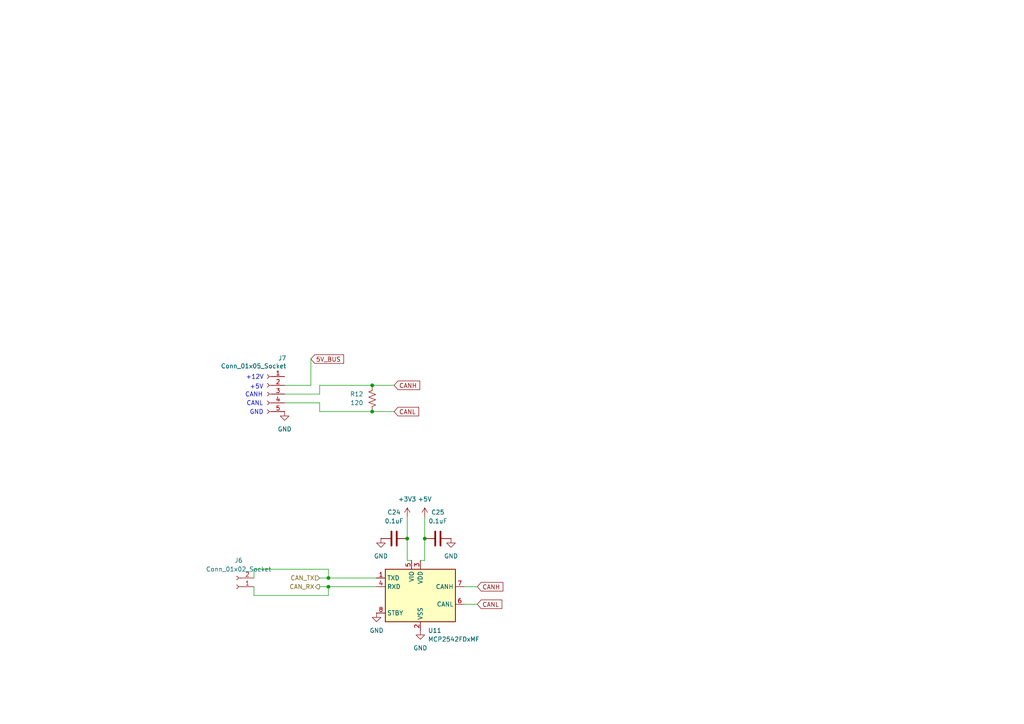
<source format=kicad_sch>
(kicad_sch (version 20231120) (generator "eeschema") (generator_version "8.0")
  (paper "A4")
  (lib_symbols
    (symbol "Connector:Conn_01x02_Socket" (pin_names (offset 1.016) hide)
      (property "Reference" "J" (at 0 2.54 0))
      (property "Value" "Conn_01x02_Socket" (at 0 -5.08 0))
      (symbol "Conn_01x02_Socket_1_1"
        (arc (start 0 -2.032) (mid -0.5058 -2.54) (end 0 -3.048) (stroke (width 0.1524)))
        (polyline (pts (xy -1.27 -2.54) (xy -0.508 -2.54)) (stroke (width 0.1524)))
        (polyline (pts (xy -1.27 0) (xy -0.508 0)) (stroke (width 0.1524)))
        (arc (start 0 0.508) (mid -0.5058 0) (end 0 -0.508) (stroke (width 0.1524)))
        (pin passive line (at -5.08 0 0) (length 3.81) (name "Pin_1") (number "1"))
        (pin passive line (at -5.08 -2.54 0) (length 3.81) (name "Pin_2") (number "2"))
      )
    )
    (symbol "Connector:Conn_01x05_Socket" (pin_names (offset 1.016) hide)
      (property "Reference" "J" (at 0 7.62 0))
      (property "Value" "Conn_01x05_Socket" (at 0 -7.62 0))
      (symbol "Conn_01x05_Socket_1_1"
        (arc (start 0 -4.572) (mid -0.5058 -5.08) (end 0 -5.588) (stroke (width 0.1524)))
        (arc (start 0 -2.032) (mid -0.5058 -2.54) (end 0 -3.048) (stroke (width 0.1524)))
        (polyline (pts (xy -1.27 -5.08) (xy -0.508 -5.08)) (stroke (width 0.1524)))
        (polyline (pts (xy -1.27 -2.54) (xy -0.508 -2.54)) (stroke (width 0.1524)))
        (polyline (pts (xy -1.27 0) (xy -0.508 0)) (stroke (width 0.1524)))
        (polyline (pts (xy -1.27 2.54) (xy -0.508 2.54)) (stroke (width 0.1524)))
        (polyline (pts (xy -1.27 5.08) (xy -0.508 5.08)) (stroke (width 0.1524)))
        (arc (start 0 0.508) (mid -0.5058 0) (end 0 -0.508) (stroke (width 0.1524)))
        (arc (start 0 3.048) (mid -0.5058 2.54) (end 0 2.032) (stroke (width 0.1524)))
        (arc (start 0 5.588) (mid -0.5058 5.08) (end 0 4.572) (stroke (width 0.1524)))
        (pin passive line (at -5.08 5.08 0) (length 3.81) (name "Pin_1") (number "1"))
        (pin passive line (at -5.08 2.54 0) (length 3.81) (name "Pin_2") (number "2"))
        (pin passive line (at -5.08 0 0) (length 3.81) (name "Pin_3") (number "3"))
        (pin passive line (at -5.08 -2.54 0) (length 3.81) (name "Pin_4") (number "4"))
        (pin passive line (at -5.08 -5.08 0) (length 3.81) (name "Pin_5") (number "5"))
      )
    )
    (symbol "Device:C" (pin_numbers hide) (pin_names (offset 0.254))
      (property "Reference" "C" (at 0.635 2.54 0))
      (property "Value" "C" (at 0.635 -2.54 0))
      (symbol "C_0_1"
        (polyline (pts (xy -2.032 -0.762) (xy 2.032 -0.762)) (stroke (width 0.508)))
        (polyline (pts (xy -2.032 0.762) (xy 2.032 0.762)) (stroke (width 0.508)))
      )
      (symbol "C_1_1"
        (pin passive line (at 0 3.81 270) (length 2.794) (name "~") (number "1"))
        (pin passive line (at 0 -3.81 90) (length 2.794) (name "~") (number "2"))
      )
    )
    (symbol "Device:R_US" (pin_numbers hide) (pin_names (offset 0))
      (property "Reference" "R" (at 2.54 0 90))
      (property "Value" "R_US" (at -2.54 0 90))
      (symbol "R_US_0_1"
        (polyline (pts (xy 0 -2.286) (xy 0 -2.54)))
        (polyline (pts (xy 0 2.286) (xy 0 2.54)))
        (polyline (pts (xy 0 -0.762) (xy 1.016 -1.143) (xy 0 -1.524) (xy -1.016 -1.905) (xy 0 -2.286)))
        (polyline (pts (xy 0 0.762) (xy 1.016 0.381) (xy 0 0) (xy -1.016 -0.381) (xy 0 -0.762)))
        (polyline (pts (xy 0 2.286) (xy 1.016 1.905) (xy 0 1.524) (xy -1.016 1.143) (xy 0 0.762)))
      )
      (symbol "R_US_1_1"
        (pin passive line (at 0 3.81 270) (length 1.27) (name "~") (number "1"))
        (pin passive line (at 0 -3.81 90) (length 1.27) (name "~") (number "2"))
      )
    )
    (symbol "Interface_CAN_LIN:MCP2542FDxMF"
      (property "Reference" "U" (at -10.16 8.89 0))
      (property "Value" "MCP2542FDxMF" (at 2.54 8.89 0))
      (symbol "MCP2542FDxMF_0_1"
        (rectangle (start -10.16 7.62) (end 10.16 -7.62) (stroke (width 0.254)) (fill (type background)))
      )
      (symbol "MCP2542FDxMF_1_1"
        (pin input line (at -12.7 5.08 0) (length 2.54) (name "TXD") (number "1"))
        (pin power_in line (at 0 -10.16 90) (length 2.54) (name "VSS") (number "2"))
        (pin power_in line (at 0 10.16 270) (length 2.54) (name "VDD") (number "3"))
        (pin output line (at -12.7 2.54 0) (length 2.54) (name "RXD") (number "4"))
        (pin power_in line (at -2.54 10.16 270) (length 2.54) (name "VIO") (number "5"))
        (pin bidirectional line (at 12.7 -2.54 180) (length 2.54) (name "CANL") (number "6"))
        (pin bidirectional line (at 12.7 2.54 180) (length 2.54) (name "CANH") (number "7"))
        (pin input line (at -12.7 -5.08 0) (length 2.54) (name "STBY") (number "8"))
        (pin passive line (at 0 -10.16 90) (length 2.54) hide (name "VSS") (number "9"))
      )
    )
    (symbol "power:+3V3" (power) (pin_numbers hide) (pin_names (offset 0) hide)
      (property "Value" "+3V3" (at 0 3.556 0))
      (symbol "+3V3_0_1"
        (polyline (pts (xy -0.762 1.27) (xy 0 2.54)))
        (polyline (pts (xy 0 0) (xy 0 2.54)))
        (polyline (pts (xy 0 2.54) (xy 0.762 1.27)))
      )
      (symbol "+3V3_1_1"
        (pin power_in line (at 0 0 90) (length 0) (name "~") (number "1"))
      )
    )
    (symbol "power:+5V" (power) (pin_numbers hide) (pin_names (offset 0) hide)
      (property "Value" "+5V" (at 0 3.556 0))
      (symbol "+5V_0_1"
        (polyline (pts (xy -0.762 1.27) (xy 0 2.54)))
        (polyline (pts (xy 0 0) (xy 0 2.54)))
        (polyline (pts (xy 0 2.54) (xy 0.762 1.27)))
      )
      (symbol "+5V_1_1"
        (pin power_in line (at 0 0 90) (length 0) (name "~") (number "1"))
      )
    )
    (symbol "power:GND" (power) (pin_numbers hide) (pin_names (offset 0) hide)
      (property "Value" "GND" (at 0 -3.81 0))
      (symbol "GND_0_1"
        (polyline (pts (xy 0 0) (xy 0 -1.27) (xy 1.27 -1.27) (xy 0 -2.54) (xy -1.27 -1.27) (xy 0 -1.27)))
      )
      (symbol "GND_1_1"
        (pin power_in line (at 0 0 270) (length 0) (name "~") (number "1"))
      )
    )
  )
  (junction (at 123.19 156.21))
  (junction (at 95.25 167.64))
  (junction (at 118.11 156.21))
  (junction (at 107.95 119.38))
  (junction (at 95.25 170.18))
  (junction (at 107.95 111.76))
  (wire (pts (xy 95.25 170.18) (xy 109.22 170.18)))
  (wire (pts (xy 95.25 170.18) (xy 95.25 172.72)))
  (wire (pts (xy 92.71 170.18) (xy 95.25 170.18)))
  (wire (pts (xy 123.19 162.56) (xy 121.92 162.56)))
  (wire (pts (xy 73.66 167.64) (xy 73.66 165.1)))
  (wire (pts (xy 73.66 165.1) (xy 95.25 165.1)))
  (wire (pts (xy 73.66 172.72) (xy 73.66 170.18)))
  (wire (pts (xy 92.71 111.76) (xy 92.71 114.3)))
  (wire (pts (xy 107.95 111.76) (xy 92.71 111.76)))
  (wire (pts (xy 92.71 119.38) (xy 107.95 119.38)))
  (wire (pts (xy 118.11 162.56) (xy 119.38 162.56)))
  (wire (pts (xy 82.55 111.76) (xy 90.17 111.76)))
  (wire (pts (xy 123.19 149.86) (xy 123.19 156.21)))
  (wire (pts (xy 123.19 156.21) (xy 123.19 162.56)))
  (wire (pts (xy 95.25 165.1) (xy 95.25 167.64)))
  (wire (pts (xy 92.71 114.3) (xy 82.55 114.3)))
  (wire (pts (xy 118.11 156.21) (xy 118.11 162.56)))
  (wire (pts (xy 92.71 167.64) (xy 95.25 167.64)))
  (wire (pts (xy 134.62 175.26) (xy 138.43 175.26)))
  (wire (pts (xy 92.71 116.84) (xy 92.71 119.38)))
  (wire (pts (xy 95.25 167.64) (xy 109.22 167.64)))
  (wire (pts (xy 95.25 172.72) (xy 73.66 172.72)))
  (wire (pts (xy 134.62 170.18) (xy 138.43 170.18)))
  (wire (pts (xy 114.3 119.38) (xy 107.95 119.38)))
  (wire (pts (xy 92.71 116.84) (xy 82.55 116.84)))
  (wire (pts (xy 114.3 111.76) (xy 107.95 111.76)))
  (wire (pts (xy 118.11 149.86) (xy 118.11 156.21)))
  (wire (pts (xy 90.17 104.14) (xy 90.17 111.76)))
  (text "CANH" (at 73.66 114.554 0) (effects (font (size 1.27 1.27))))
  (text "+5V" (at 74.422 112.268 0) (effects (font (size 1.27 1.27))))
  (text "+12V" (at 73.914 109.474 0) (effects (font (size 1.27 1.27))))
  (text "GND" (at 74.422 119.634 0) (effects (font (size 1.27 1.27))))
  (text "CANL\n" (at 73.914 117.094 0) (effects (font (size 1.27 1.27))))
  (global_label "CANL" (shape input) (at 114.3 119.38 0) (property "Intersheetrefs" "${INTERSHEET_REFS}" (effects (hide yes))))
  (global_label "CANL" (shape input) (at 138.43 175.26 0) (property "Intersheetrefs" "${INTERSHEET_REFS}" (effects (hide yes))))
  (global_label "CANH" (shape input) (at 138.43 170.18 0) (property "Intersheetrefs" "${INTERSHEET_REFS}" (effects (hide yes))))
  (global_label "5V_BUS" (shape input) (at 90.17 104.14 0) (property "Intersheetrefs" "${INTERSHEET_REFS}" (effects (hide yes))))
  (global_label "CANH" (shape input) (at 114.3 111.76 0) (property "Intersheetrefs" "${INTERSHEET_REFS}" (effects (hide yes))))
  (hierarchical_label "CAN_TX" (shape input) (at 92.71 167.64 180))
  (hierarchical_label "CAN_RX" (shape output) (at 92.71 170.18 180))
  (symbol (lib_id "power:+5V") (at 123.19 149.86 0) (unit 1)
    (property "Reference" "#PWR067" (effects (hide yes)))
    (property "Value" "+5V" (at 123.19 144.78 0))
    (property "Description" "Power symbol creates a global label with name \"+5V\"" (effects (hide yes)))
  )
  (symbol (lib_id "Device:C") (at 127 156.21 90) (unit 1)
    (property "Reference" "C25" (at 127 148.59 90))
    (property "Value" "0.1uF" (at 127 151.13 90))
    (property "Footprint" "Capacitor_SMD:C_0603_1608Metric" (effects (hide yes)))
    (property "Description" "Unpolarized capacitor" (effects (hide yes)))
  )
  (symbol (lib_id "power:GND") (at 110.49 156.21 0) (unit 1)
    (property "Reference" "#PWR064" (effects (hide yes)))
    (property "Value" "GND" (at 110.49 161.29 0))
    (property "Description" "Power symbol creates a global label with name \"GND\" , ground" (effects (hide yes)))
  )
  (symbol (lib_id "power:GND") (at 121.92 182.88 0) (unit 1)
    (property "Reference" "#PWR066" (effects (hide yes)))
    (property "Value" "GND" (at 121.92 187.96 0))
    (property "Description" "Power symbol creates a global label with name \"GND\" , ground" (effects (hide yes)))
  )
  (symbol (lib_id "Connector:Conn_01x05_Socket") (at 77.47 114.3 0) (mirror y) (unit 1)
    (property "Reference" "J7" (at 83.058 103.886 0) (effects (justify left)))
    (property "Value" "Conn_01x05_Socket" (at 83.058 106.172 0) (effects (justify left)))
    (property "Footprint" "Connector_PinHeader_2.54mm:PinHeader_1x05_P2.54mm_Vertical" (effects (hide yes)))
    (property "Description" "Generic connector, single row, 01x05, script generated" (effects (hide yes)))
  )
  (symbol (lib_id "power:GND") (at 109.22 177.8 0) (unit 1)
    (property "Reference" "#PWR063" (effects (hide yes)))
    (property "Value" "GND" (at 109.22 182.88 0))
    (property "Description" "Power symbol creates a global label with name \"GND\" , ground" (effects (hide yes)))
  )
  (symbol (lib_id "Device:R_US") (at 107.95 115.57 0) (mirror y) (unit 1)
    (property "Reference" "R12" (at 105.41 114.2999 0) (effects (justify left)))
    (property "Value" "120" (at 105.41 116.8399 0) (effects (justify left)))
    (property "Footprint" "Resistor_SMD:R_0603_1608Metric" (effects (hide yes)))
    (property "Description" "Resistor, US symbol" (effects (hide yes)))
  )
  (symbol (lib_id "power:GND") (at 130.81 156.21 0) (unit 1)
    (property "Reference" "#PWR068" (effects (hide yes)))
    (property "Value" "GND" (at 130.81 161.29 0))
    (property "Description" "Power symbol creates a global label with name \"GND\" , ground" (effects (hide yes)))
  )
  (symbol (lib_id "power:GND") (at 82.55 119.38 0) (mirror y) (unit 1)
    (property "Reference" "#PWR062" (effects (hide yes)))
    (property "Value" "GND" (at 82.55 124.46 0))
    (property "Description" "Power symbol creates a global label with name \"GND\" , ground" (effects (hide yes)))
  )
  (symbol (lib_id "Interface_CAN_LIN:MCP2542FDxMF") (at 121.92 172.72 0) (unit 1)
    (property "Reference" "U11" (at 124.1141 182.88 0) (effects (justify left)))
    (property "Value" "MCP2542FDxMF" (at 124.1141 185.42 0) (effects (justify left)))
    (property "Footprint" "Package_DFN_QFN:DFN-8-1EP_3x3mm_P0.65mm_EP1.55x2.4mm" (effects (hide yes)))
    (property "Datasheet" "http://ww1.microchip.com/downloads/en/DeviceDoc/MCP2542FD-4FD-MCP2542WFD-4WFD-Data-Sheet20005514B.pdf" (effects (hide yes)))
    (property "Description" "CAN-FD Transceiver, Wake-Up on CAN activity, 8Mbps, 5V supply, STBY pin, 3x3 DFN-8" (effects (hide yes)))
  )
  (symbol (lib_id "Device:C") (at 114.3 156.21 90) (unit 1)
    (property "Reference" "C24" (at 114.3 148.59 90))
    (property "Value" "0.1uF" (at 114.3 151.13 90))
    (property "Footprint" "Capacitor_SMD:C_0603_1608Metric" (effects (hide yes)))
    (property "Description" "Unpolarized capacitor" (effects (hide yes)))
  )
  (symbol (lib_id "Connector:Conn_01x02_Socket") (at 68.58 170.18 180) (unit 1)
    (property "Reference" "J6" (at 69.215 162.56 0))
    (property "Value" "Conn_01x02_Socket" (at 69.215 165.1 0))
    (property "Footprint" "Connector_PinHeader_2.54mm:PinHeader_1x02_P2.54mm_Vertical" (effects (hide yes)))
    (property "Description" "Generic connector, single row, 01x02, script generated" (effects (hide yes)))
  )
  (symbol (lib_id "power:+3V3") (at 118.11 149.86 0) (unit 1)
    (property "Reference" "#PWR065" (effects (hide yes)))
    (property "Value" "+3V3" (at 118.11 144.78 0))
    (property "Description" "Power symbol creates a global label with name \"+3V3\"" (effects (hide yes)))
  )
)
</source>
